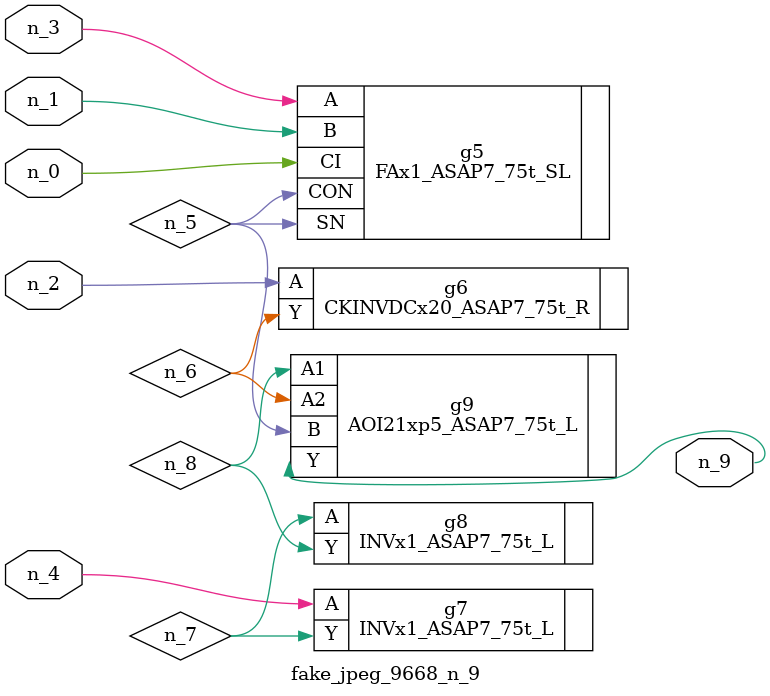
<source format=v>
module fake_jpeg_9668_n_9 (n_3, n_2, n_1, n_0, n_4, n_9);

input n_3;
input n_2;
input n_1;
input n_0;
input n_4;

output n_9;

wire n_8;
wire n_6;
wire n_5;
wire n_7;

FAx1_ASAP7_75t_SL g5 ( 
.A(n_3),
.B(n_1),
.CI(n_0),
.CON(n_5),
.SN(n_5)
);

CKINVDCx20_ASAP7_75t_R g6 ( 
.A(n_2),
.Y(n_6)
);

INVx1_ASAP7_75t_L g7 ( 
.A(n_4),
.Y(n_7)
);

INVx1_ASAP7_75t_L g8 ( 
.A(n_7),
.Y(n_8)
);

AOI21xp5_ASAP7_75t_L g9 ( 
.A1(n_8),
.A2(n_6),
.B(n_5),
.Y(n_9)
);


endmodule
</source>
